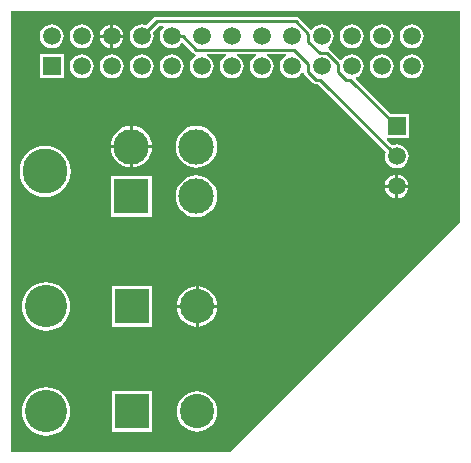
<source format=gbl>
G04 Layer_Physical_Order=2*
G04 Layer_Color=16711680*
%FSLAX23Y23*%
%MOIN*%
G70*
G01*
G75*
%ADD13C,0.010*%
%ADD14C,0.059*%
%ADD15R,0.059X0.059*%
%ADD16C,0.150*%
%ADD17R,0.118X0.118*%
%ADD18C,0.118*%
%ADD19C,0.141*%
%ADD20R,0.114X0.114*%
%ADD21C,0.114*%
%ADD22R,0.059X0.059*%
G36*
X2510Y4281D02*
X1744Y3515D01*
X1015D01*
Y4985D01*
X2510D01*
Y4281D01*
D02*
G37*
%LPC*%
G36*
X2295Y4395D02*
X2261D01*
X2261Y4390D01*
X2265Y4380D01*
X2272Y4372D01*
X2280Y4365D01*
X2290Y4361D01*
X2295Y4361D01*
Y4395D01*
D02*
G37*
G36*
X2339D02*
X2305D01*
Y4361D01*
X2310Y4361D01*
X2320Y4365D01*
X2328Y4372D01*
X2335Y4380D01*
X2339Y4390D01*
X2339Y4395D01*
D02*
G37*
G36*
X1632Y4437D02*
X1618Y4435D01*
X1605Y4431D01*
X1593Y4425D01*
X1583Y4416D01*
X1574Y4406D01*
X1568Y4394D01*
X1564Y4381D01*
X1563Y4367D01*
X1564Y4354D01*
X1568Y4341D01*
X1574Y4329D01*
X1583Y4318D01*
X1593Y4310D01*
X1605Y4303D01*
X1618Y4299D01*
X1632Y4298D01*
X1645Y4299D01*
X1658Y4303D01*
X1670Y4310D01*
X1681Y4318D01*
X1690Y4329D01*
X1696Y4341D01*
X1700Y4354D01*
X1701Y4367D01*
X1700Y4381D01*
X1696Y4394D01*
X1690Y4406D01*
X1681Y4416D01*
X1670Y4425D01*
X1658Y4431D01*
X1645Y4435D01*
X1632Y4437D01*
D02*
G37*
G36*
X1484Y4436D02*
X1346D01*
Y4298D01*
X1484D01*
Y4436D01*
D02*
G37*
G36*
X1128Y4535D02*
X1111Y4534D01*
X1095Y4529D01*
X1081Y4521D01*
X1068Y4510D01*
X1057Y4497D01*
X1049Y4483D01*
X1044Y4467D01*
X1043Y4450D01*
X1044Y4433D01*
X1049Y4417D01*
X1057Y4403D01*
X1068Y4390D01*
X1081Y4379D01*
X1095Y4371D01*
X1111Y4366D01*
X1128Y4365D01*
X1145Y4366D01*
X1161Y4371D01*
X1175Y4379D01*
X1188Y4390D01*
X1199Y4403D01*
X1207Y4417D01*
X1212Y4433D01*
X1213Y4450D01*
X1212Y4467D01*
X1207Y4483D01*
X1199Y4497D01*
X1188Y4510D01*
X1175Y4521D01*
X1161Y4529D01*
X1145Y4534D01*
X1128Y4535D01*
D02*
G37*
G36*
X1632Y4602D02*
X1618Y4601D01*
X1605Y4597D01*
X1593Y4590D01*
X1583Y4582D01*
X1574Y4571D01*
X1568Y4559D01*
X1564Y4546D01*
X1563Y4533D01*
X1564Y4519D01*
X1568Y4506D01*
X1574Y4494D01*
X1583Y4484D01*
X1593Y4475D01*
X1605Y4469D01*
X1618Y4465D01*
X1632Y4463D01*
X1645Y4465D01*
X1658Y4469D01*
X1670Y4475D01*
X1681Y4484D01*
X1690Y4494D01*
X1696Y4506D01*
X1700Y4519D01*
X1701Y4533D01*
X1700Y4546D01*
X1696Y4559D01*
X1690Y4571D01*
X1681Y4582D01*
X1670Y4590D01*
X1658Y4597D01*
X1645Y4601D01*
X1632Y4602D01*
D02*
G37*
G36*
X1410Y4528D02*
X1346D01*
X1347Y4519D01*
X1351Y4506D01*
X1358Y4494D01*
X1366Y4484D01*
X1377Y4475D01*
X1389Y4469D01*
X1402Y4465D01*
X1410Y4464D01*
Y4528D01*
D02*
G37*
G36*
X2295Y4439D02*
X2290Y4439D01*
X2280Y4435D01*
X2272Y4428D01*
X2265Y4420D01*
X2261Y4410D01*
X2261Y4405D01*
X2295D01*
Y4439D01*
D02*
G37*
G36*
X2305D02*
Y4405D01*
X2339D01*
X2339Y4410D01*
X2335Y4420D01*
X2328Y4428D01*
X2320Y4435D01*
X2310Y4439D01*
X2305Y4439D01*
D02*
G37*
G36*
X1485Y3717D02*
X1351D01*
Y3583D01*
X1485D01*
Y3717D01*
D02*
G37*
G36*
X1131Y4081D02*
X1115Y4079D01*
X1100Y4075D01*
X1086Y4067D01*
X1074Y4057D01*
X1064Y4045D01*
X1056Y4031D01*
X1051Y4016D01*
X1050Y4000D01*
X1051Y3984D01*
X1056Y3969D01*
X1064Y3955D01*
X1074Y3943D01*
X1086Y3933D01*
X1100Y3925D01*
X1115Y3921D01*
X1131Y3919D01*
X1146Y3921D01*
X1162Y3925D01*
X1176Y3933D01*
X1188Y3943D01*
X1198Y3955D01*
X1205Y3969D01*
X1210Y3984D01*
X1212Y4000D01*
X1210Y4016D01*
X1205Y4031D01*
X1198Y4045D01*
X1188Y4057D01*
X1176Y4067D01*
X1162Y4075D01*
X1146Y4079D01*
X1131Y4081D01*
D02*
G37*
G36*
Y3731D02*
X1115Y3729D01*
X1100Y3725D01*
X1086Y3717D01*
X1074Y3707D01*
X1064Y3695D01*
X1056Y3681D01*
X1051Y3666D01*
X1050Y3650D01*
X1051Y3634D01*
X1056Y3619D01*
X1064Y3605D01*
X1074Y3593D01*
X1086Y3583D01*
X1100Y3575D01*
X1115Y3571D01*
X1131Y3569D01*
X1146Y3571D01*
X1162Y3575D01*
X1176Y3583D01*
X1188Y3593D01*
X1198Y3605D01*
X1205Y3619D01*
X1210Y3634D01*
X1212Y3650D01*
X1210Y3666D01*
X1205Y3681D01*
X1198Y3695D01*
X1188Y3707D01*
X1176Y3717D01*
X1162Y3725D01*
X1146Y3729D01*
X1131Y3731D01*
D02*
G37*
G36*
X1635Y3717D02*
X1621Y3716D01*
X1609Y3712D01*
X1597Y3706D01*
X1587Y3698D01*
X1579Y3687D01*
X1572Y3676D01*
X1569Y3663D01*
X1567Y3650D01*
X1569Y3637D01*
X1572Y3624D01*
X1579Y3613D01*
X1587Y3602D01*
X1597Y3594D01*
X1609Y3588D01*
X1621Y3584D01*
X1635Y3583D01*
X1648Y3584D01*
X1660Y3588D01*
X1672Y3594D01*
X1682Y3602D01*
X1691Y3613D01*
X1697Y3624D01*
X1701Y3637D01*
X1702Y3650D01*
X1701Y3663D01*
X1697Y3676D01*
X1691Y3687D01*
X1682Y3698D01*
X1672Y3706D01*
X1660Y3712D01*
X1648Y3716D01*
X1635Y3717D01*
D02*
G37*
G36*
X1485Y4067D02*
X1351D01*
Y3933D01*
X1485D01*
Y4067D01*
D02*
G37*
G36*
X1630Y4067D02*
X1621Y4066D01*
X1609Y4062D01*
X1597Y4056D01*
X1587Y4048D01*
X1579Y4037D01*
X1572Y4026D01*
X1569Y4013D01*
X1568Y4005D01*
X1630D01*
Y4067D01*
D02*
G37*
G36*
X1640D02*
Y4005D01*
X1702D01*
X1701Y4013D01*
X1697Y4026D01*
X1691Y4037D01*
X1682Y4048D01*
X1672Y4056D01*
X1660Y4062D01*
X1648Y4066D01*
X1640Y4067D01*
D02*
G37*
G36*
X1630Y3995D02*
X1568D01*
X1569Y3987D01*
X1572Y3974D01*
X1579Y3963D01*
X1587Y3952D01*
X1597Y3944D01*
X1609Y3938D01*
X1621Y3934D01*
X1630Y3933D01*
Y3995D01*
D02*
G37*
G36*
X1702D02*
X1640D01*
Y3933D01*
X1648Y3934D01*
X1660Y3938D01*
X1672Y3944D01*
X1682Y3952D01*
X1691Y3963D01*
X1697Y3974D01*
X1701Y3987D01*
X1702Y3995D01*
D02*
G37*
G36*
X1484Y4528D02*
X1420D01*
Y4464D01*
X1429Y4465D01*
X1442Y4469D01*
X1454Y4475D01*
X1464Y4484D01*
X1473Y4494D01*
X1479Y4506D01*
X1483Y4519D01*
X1484Y4528D01*
D02*
G37*
G36*
X2250Y4940D02*
X2240Y4939D01*
X2230Y4935D01*
X2222Y4928D01*
X2215Y4920D01*
X2211Y4910D01*
X2210Y4900D01*
X2211Y4890D01*
X2215Y4880D01*
X2222Y4872D01*
X2230Y4865D01*
X2240Y4861D01*
X2250Y4860D01*
X2260Y4861D01*
X2270Y4865D01*
X2278Y4872D01*
X2285Y4880D01*
X2289Y4890D01*
X2290Y4900D01*
X2289Y4910D01*
X2285Y4920D01*
X2278Y4928D01*
X2270Y4935D01*
X2260Y4939D01*
X2250Y4940D01*
D02*
G37*
G36*
X2350D02*
X2340Y4939D01*
X2330Y4935D01*
X2322Y4928D01*
X2315Y4920D01*
X2311Y4910D01*
X2310Y4900D01*
X2311Y4890D01*
X2315Y4880D01*
X2322Y4872D01*
X2330Y4865D01*
X2340Y4861D01*
X2350Y4860D01*
X2360Y4861D01*
X2370Y4865D01*
X2378Y4872D01*
X2385Y4880D01*
X2389Y4890D01*
X2390Y4900D01*
X2389Y4910D01*
X2385Y4920D01*
X2378Y4928D01*
X2370Y4935D01*
X2360Y4939D01*
X2350Y4940D01*
D02*
G37*
G36*
X1250D02*
X1240Y4939D01*
X1230Y4935D01*
X1222Y4928D01*
X1215Y4920D01*
X1211Y4910D01*
X1210Y4900D01*
X1211Y4890D01*
X1215Y4880D01*
X1222Y4872D01*
X1230Y4865D01*
X1240Y4861D01*
X1250Y4860D01*
X1260Y4861D01*
X1270Y4865D01*
X1278Y4872D01*
X1285Y4880D01*
X1289Y4890D01*
X1290Y4900D01*
X1289Y4910D01*
X1285Y4920D01*
X1278Y4928D01*
X1270Y4935D01*
X1260Y4939D01*
X1250Y4940D01*
D02*
G37*
G36*
X2150D02*
X2140Y4939D01*
X2130Y4935D01*
X2122Y4928D01*
X2115Y4920D01*
X2111Y4910D01*
X2110Y4900D01*
X2111Y4890D01*
X2115Y4880D01*
X2122Y4872D01*
X2130Y4865D01*
X2140Y4861D01*
X2150Y4860D01*
X2160Y4861D01*
X2170Y4865D01*
X2178Y4872D01*
X2185Y4880D01*
X2189Y4890D01*
X2190Y4900D01*
X2189Y4910D01*
X2185Y4920D01*
X2178Y4928D01*
X2170Y4935D01*
X2160Y4939D01*
X2150Y4940D01*
D02*
G37*
G36*
X1345Y4895D02*
X1311D01*
X1311Y4890D01*
X1315Y4880D01*
X1322Y4872D01*
X1330Y4865D01*
X1340Y4861D01*
X1345Y4861D01*
Y4895D01*
D02*
G37*
G36*
X1355Y4939D02*
Y4905D01*
X1389D01*
X1389Y4910D01*
X1385Y4920D01*
X1378Y4928D01*
X1370Y4935D01*
X1360Y4939D01*
X1355Y4939D01*
D02*
G37*
G36*
X1963Y4965D02*
X1500D01*
X1494Y4964D01*
X1489Y4961D01*
X1465Y4937D01*
X1460Y4939D01*
X1450Y4940D01*
X1440Y4939D01*
X1430Y4935D01*
X1422Y4928D01*
X1415Y4920D01*
X1411Y4910D01*
X1410Y4900D01*
X1411Y4890D01*
X1415Y4880D01*
X1422Y4872D01*
X1430Y4865D01*
X1440Y4861D01*
X1450Y4860D01*
X1460Y4861D01*
X1470Y4865D01*
X1478Y4872D01*
X1485Y4880D01*
X1489Y4890D01*
X1490Y4900D01*
X1489Y4910D01*
X1487Y4915D01*
X1506Y4935D01*
X1522D01*
X1524Y4930D01*
X1522Y4928D01*
X1515Y4920D01*
X1511Y4910D01*
X1510Y4900D01*
X1511Y4890D01*
X1515Y4880D01*
X1522Y4872D01*
X1530Y4865D01*
X1540Y4861D01*
X1550Y4860D01*
X1560Y4861D01*
X1570Y4865D01*
X1578Y4872D01*
X1582Y4877D01*
X1588Y4877D01*
X1621Y4845D01*
X1626Y4841D01*
X1627Y4841D01*
X1630Y4835D01*
X1630Y4835D01*
X1622Y4828D01*
X1615Y4820D01*
X1611Y4810D01*
X1610Y4800D01*
X1611Y4790D01*
X1615Y4780D01*
X1622Y4772D01*
X1630Y4765D01*
X1640Y4761D01*
X1650Y4760D01*
X1660Y4761D01*
X1670Y4765D01*
X1678Y4772D01*
X1685Y4780D01*
X1689Y4790D01*
X1690Y4800D01*
X1689Y4810D01*
X1685Y4820D01*
X1678Y4828D01*
X1670Y4835D01*
X1668Y4835D01*
X1669Y4840D01*
X1731D01*
X1732Y4835D01*
X1730Y4835D01*
X1722Y4828D01*
X1715Y4820D01*
X1711Y4810D01*
X1710Y4800D01*
X1711Y4790D01*
X1715Y4780D01*
X1722Y4772D01*
X1730Y4765D01*
X1740Y4761D01*
X1750Y4760D01*
X1760Y4761D01*
X1770Y4765D01*
X1778Y4772D01*
X1785Y4780D01*
X1789Y4790D01*
X1790Y4800D01*
X1789Y4810D01*
X1785Y4820D01*
X1778Y4828D01*
X1770Y4835D01*
X1768Y4835D01*
X1769Y4840D01*
X1831D01*
X1832Y4835D01*
X1830Y4835D01*
X1822Y4828D01*
X1815Y4820D01*
X1811Y4810D01*
X1810Y4800D01*
X1811Y4790D01*
X1815Y4780D01*
X1822Y4772D01*
X1830Y4765D01*
X1840Y4761D01*
X1850Y4760D01*
X1860Y4761D01*
X1870Y4765D01*
X1878Y4772D01*
X1885Y4780D01*
X1889Y4790D01*
X1890Y4800D01*
X1889Y4810D01*
X1885Y4820D01*
X1878Y4828D01*
X1870Y4835D01*
X1868Y4835D01*
X1869Y4840D01*
X1931D01*
X1932Y4835D01*
X1930Y4835D01*
X1922Y4828D01*
X1915Y4820D01*
X1911Y4810D01*
X1910Y4800D01*
X1911Y4790D01*
X1915Y4780D01*
X1922Y4772D01*
X1930Y4765D01*
X1940Y4761D01*
X1950Y4760D01*
X1960Y4761D01*
X1970Y4765D01*
X1978Y4772D01*
X1985Y4780D01*
X1985Y4780D01*
X1991Y4777D01*
X1991Y4776D01*
X1995Y4771D01*
X2021Y4745D01*
X2026Y4741D01*
X2032Y4740D01*
X2038D01*
X2263Y4515D01*
X2261Y4510D01*
X2260Y4500D01*
X2261Y4490D01*
X2265Y4480D01*
X2272Y4472D01*
X2280Y4465D01*
X2290Y4461D01*
X2300Y4460D01*
X2310Y4461D01*
X2320Y4465D01*
X2328Y4472D01*
X2335Y4480D01*
X2339Y4490D01*
X2340Y4500D01*
X2339Y4510D01*
X2335Y4520D01*
X2328Y4528D01*
X2320Y4535D01*
X2310Y4539D01*
X2300Y4540D01*
X2290Y4539D01*
X2285Y4537D01*
X2266Y4556D01*
X2268Y4560D01*
X2340D01*
Y4640D01*
X2282D01*
X2164Y4758D01*
X2165Y4764D01*
X2170Y4765D01*
X2178Y4772D01*
X2185Y4780D01*
X2189Y4790D01*
X2190Y4800D01*
X2189Y4810D01*
X2185Y4820D01*
X2178Y4828D01*
X2170Y4835D01*
X2160Y4839D01*
X2150Y4840D01*
X2140Y4839D01*
X2130Y4835D01*
X2122Y4828D01*
X2118Y4823D01*
X2112Y4823D01*
X2079Y4855D01*
X2074Y4859D01*
X2073Y4859D01*
X2070Y4865D01*
X2070Y4865D01*
X2078Y4872D01*
X2085Y4880D01*
X2089Y4890D01*
X2090Y4900D01*
X2089Y4910D01*
X2085Y4920D01*
X2078Y4928D01*
X2070Y4935D01*
X2060Y4939D01*
X2050Y4940D01*
X2040Y4939D01*
X2030Y4935D01*
X2022Y4928D01*
X2018Y4923D01*
X2012Y4923D01*
X1974Y4961D01*
X1969Y4964D01*
X1963Y4965D01*
D02*
G37*
G36*
X1389Y4895D02*
X1355D01*
Y4861D01*
X1360Y4861D01*
X1370Y4865D01*
X1378Y4872D01*
X1385Y4880D01*
X1389Y4890D01*
X1389Y4895D01*
D02*
G37*
G36*
X1345Y4939D02*
X1340Y4939D01*
X1330Y4935D01*
X1322Y4928D01*
X1315Y4920D01*
X1311Y4910D01*
X1311Y4905D01*
X1345D01*
Y4939D01*
D02*
G37*
G36*
X1150Y4940D02*
X1140Y4939D01*
X1130Y4935D01*
X1122Y4928D01*
X1115Y4920D01*
X1111Y4910D01*
X1110Y4900D01*
X1111Y4890D01*
X1115Y4880D01*
X1122Y4872D01*
X1130Y4865D01*
X1140Y4861D01*
X1150Y4860D01*
X1160Y4861D01*
X1170Y4865D01*
X1178Y4872D01*
X1185Y4880D01*
X1189Y4890D01*
X1190Y4900D01*
X1189Y4910D01*
X1185Y4920D01*
X1178Y4928D01*
X1170Y4935D01*
X1160Y4939D01*
X1150Y4940D01*
D02*
G37*
G36*
X1250Y4840D02*
X1240Y4839D01*
X1230Y4835D01*
X1222Y4828D01*
X1215Y4820D01*
X1211Y4810D01*
X1210Y4800D01*
X1211Y4790D01*
X1215Y4780D01*
X1222Y4772D01*
X1230Y4765D01*
X1240Y4761D01*
X1250Y4760D01*
X1260Y4761D01*
X1270Y4765D01*
X1278Y4772D01*
X1285Y4780D01*
X1289Y4790D01*
X1290Y4800D01*
X1289Y4810D01*
X1285Y4820D01*
X1278Y4828D01*
X1270Y4835D01*
X1260Y4839D01*
X1250Y4840D01*
D02*
G37*
G36*
X1350D02*
X1340Y4839D01*
X1330Y4835D01*
X1322Y4828D01*
X1315Y4820D01*
X1311Y4810D01*
X1310Y4800D01*
X1311Y4790D01*
X1315Y4780D01*
X1322Y4772D01*
X1330Y4765D01*
X1340Y4761D01*
X1350Y4760D01*
X1360Y4761D01*
X1370Y4765D01*
X1378Y4772D01*
X1385Y4780D01*
X1389Y4790D01*
X1390Y4800D01*
X1389Y4810D01*
X1385Y4820D01*
X1378Y4828D01*
X1370Y4835D01*
X1360Y4839D01*
X1350Y4840D01*
D02*
G37*
G36*
X1410Y4602D02*
X1402Y4601D01*
X1389Y4597D01*
X1377Y4590D01*
X1366Y4582D01*
X1358Y4571D01*
X1351Y4559D01*
X1347Y4546D01*
X1346Y4538D01*
X1410D01*
Y4602D01*
D02*
G37*
G36*
X1420D02*
Y4538D01*
X1484D01*
X1483Y4546D01*
X1479Y4559D01*
X1473Y4571D01*
X1464Y4582D01*
X1454Y4590D01*
X1442Y4597D01*
X1429Y4601D01*
X1420Y4602D01*
D02*
G37*
G36*
X1450Y4840D02*
X1440Y4839D01*
X1430Y4835D01*
X1422Y4828D01*
X1415Y4820D01*
X1411Y4810D01*
X1410Y4800D01*
X1411Y4790D01*
X1415Y4780D01*
X1422Y4772D01*
X1430Y4765D01*
X1440Y4761D01*
X1450Y4760D01*
X1460Y4761D01*
X1470Y4765D01*
X1478Y4772D01*
X1485Y4780D01*
X1489Y4790D01*
X1490Y4800D01*
X1489Y4810D01*
X1485Y4820D01*
X1478Y4828D01*
X1470Y4835D01*
X1460Y4839D01*
X1450Y4840D01*
D02*
G37*
G36*
X2350D02*
X2340Y4839D01*
X2330Y4835D01*
X2322Y4828D01*
X2315Y4820D01*
X2311Y4810D01*
X2310Y4800D01*
X2311Y4790D01*
X2315Y4780D01*
X2322Y4772D01*
X2330Y4765D01*
X2340Y4761D01*
X2350Y4760D01*
X2360Y4761D01*
X2370Y4765D01*
X2378Y4772D01*
X2385Y4780D01*
X2389Y4790D01*
X2390Y4800D01*
X2389Y4810D01*
X2385Y4820D01*
X2378Y4828D01*
X2370Y4835D01*
X2360Y4839D01*
X2350Y4840D01*
D02*
G37*
G36*
X1190Y4840D02*
X1110D01*
Y4760D01*
X1190D01*
Y4840D01*
D02*
G37*
G36*
X1550Y4840D02*
X1540Y4839D01*
X1530Y4835D01*
X1522Y4828D01*
X1515Y4820D01*
X1511Y4810D01*
X1510Y4800D01*
X1511Y4790D01*
X1515Y4780D01*
X1522Y4772D01*
X1530Y4765D01*
X1540Y4761D01*
X1550Y4760D01*
X1560Y4761D01*
X1570Y4765D01*
X1578Y4772D01*
X1585Y4780D01*
X1589Y4790D01*
X1590Y4800D01*
X1589Y4810D01*
X1585Y4820D01*
X1578Y4828D01*
X1570Y4835D01*
X1560Y4839D01*
X1550Y4840D01*
D02*
G37*
G36*
X2250D02*
X2240Y4839D01*
X2230Y4835D01*
X2222Y4828D01*
X2215Y4820D01*
X2211Y4810D01*
X2210Y4800D01*
X2211Y4790D01*
X2215Y4780D01*
X2222Y4772D01*
X2230Y4765D01*
X2240Y4761D01*
X2250Y4760D01*
X2260Y4761D01*
X2270Y4765D01*
X2278Y4772D01*
X2285Y4780D01*
X2289Y4790D01*
X2290Y4800D01*
X2289Y4810D01*
X2285Y4820D01*
X2278Y4828D01*
X2270Y4835D01*
X2260Y4839D01*
X2250Y4840D01*
D02*
G37*
%LPD*%
D13*
X1450Y4900D02*
X1500Y4950D01*
X1963D01*
X2005Y4907D01*
Y4882D02*
Y4907D01*
Y4882D02*
X2043Y4845D01*
X2068D01*
X2105Y4807D01*
Y4782D02*
Y4807D01*
Y4782D02*
X2132Y4755D01*
X2145D01*
X2300Y4600D01*
X1550Y4900D02*
X1587D01*
X1632Y4855D01*
X1957D01*
X2005Y4807D01*
Y4782D02*
Y4807D01*
Y4782D02*
X2032Y4755D01*
X2045D01*
X2300Y4500D01*
D14*
Y4400D02*
D03*
Y4500D02*
D03*
X1150Y4900D02*
D03*
X1250Y4800D02*
D03*
Y4900D02*
D03*
X1350Y4800D02*
D03*
Y4900D02*
D03*
X1450Y4800D02*
D03*
Y4900D02*
D03*
X1550Y4800D02*
D03*
Y4900D02*
D03*
X1650Y4800D02*
D03*
Y4900D02*
D03*
X1750Y4800D02*
D03*
Y4900D02*
D03*
X1850Y4800D02*
D03*
Y4900D02*
D03*
X1950Y4800D02*
D03*
Y4900D02*
D03*
X2050Y4800D02*
D03*
Y4900D02*
D03*
X2150Y4800D02*
D03*
Y4900D02*
D03*
X2250Y4800D02*
D03*
Y4900D02*
D03*
X2350Y4800D02*
D03*
Y4900D02*
D03*
D15*
X2300Y4600D02*
D03*
D16*
X1128Y4450D02*
D03*
D17*
X1415Y4367D02*
D03*
D18*
X1632D02*
D03*
X1415Y4533D02*
D03*
X1632D02*
D03*
D19*
X1131Y4000D02*
D03*
Y3650D02*
D03*
D20*
X1418Y4000D02*
D03*
Y3650D02*
D03*
D21*
X1635Y4000D02*
D03*
Y3650D02*
D03*
D22*
X1150Y4800D02*
D03*
M02*

</source>
